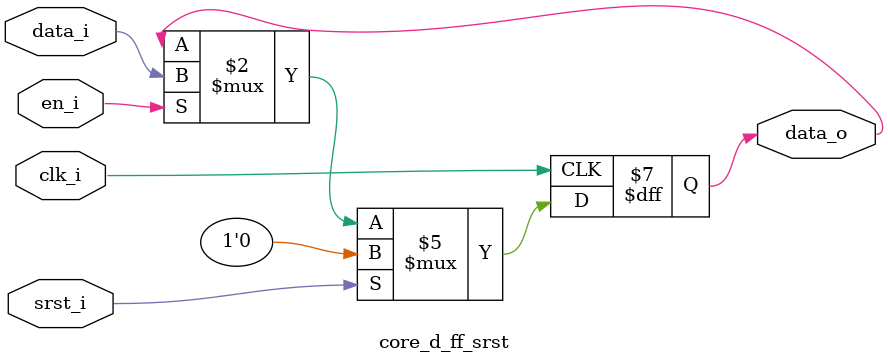
<source format=sv>
module core_d_ff_srst #(
    /// Bit width of the data, leave off for 1 bit
    parameter unsigned Bits = 1
) (
    input  logic clk_i,
    input  logic srst_i,
    input  logic en_i,
    input  logic data_i,
    output logic data_o
);
  always_ff @(posedge clk_i) begin
    if (srst_i) begin
      data_o <= {Bits{1'b0}};
    end else if (en_i) begin
      data_o <= data_i;
    end
  end
endmodule

</source>
